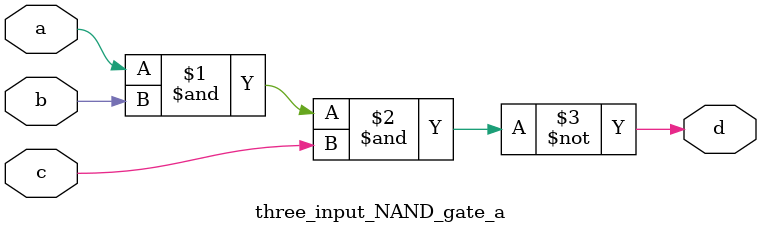
<source format=v>
`timescale 1ns / 1ps


module three_input_NAND_gate_a(
input a,
input b,
input c,
output d
    );
    assign d = ~(a&b&c);
endmodule

</source>
